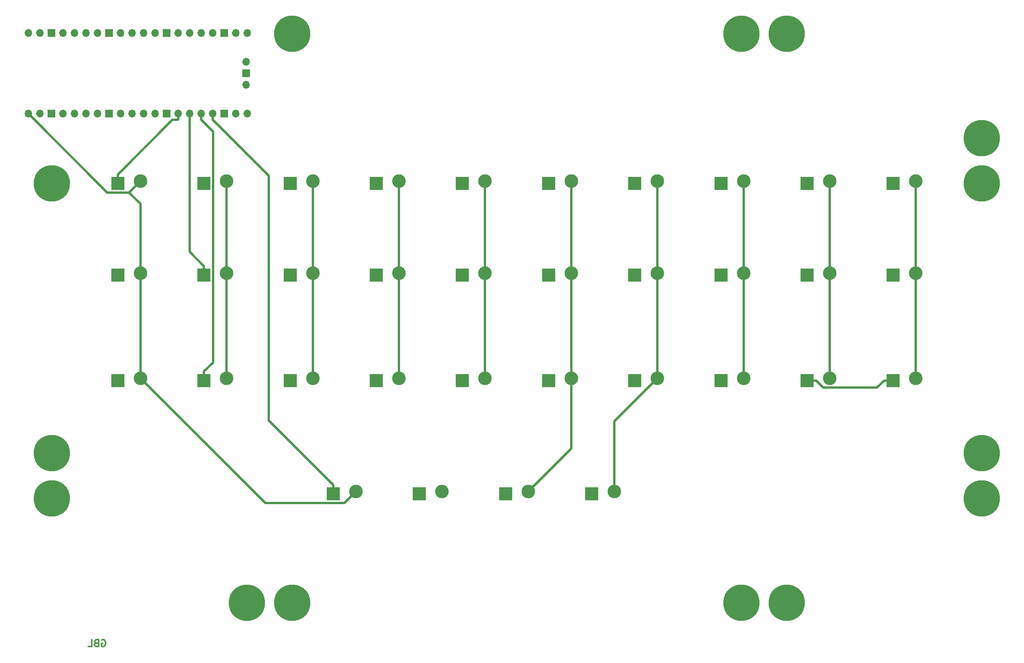
<source format=gbr>
%TF.GenerationSoftware,KiCad,Pcbnew,5.1.10-88a1d61d58~88~ubuntu20.04.1*%
%TF.CreationDate,2021-06-07T00:33:57-07:00*%
%TF.ProjectId,Stenokey,5374656e-6f6b-4657-992e-6b696361645f,1.0*%
%TF.SameCoordinates,Original*%
%TF.FileFunction,Copper,L2,Bot*%
%TF.FilePolarity,Positive*%
%FSLAX46Y46*%
G04 Gerber Fmt 4.6, Leading zero omitted, Abs format (unit mm)*
G04 Created by KiCad (PCBNEW 5.1.10-88a1d61d58~88~ubuntu20.04.1) date 2021-06-07 00:33:57*
%MOMM*%
%LPD*%
G01*
G04 APERTURE LIST*
%TA.AperFunction,NonConductor*%
%ADD10C,0.300000*%
%TD*%
%TA.AperFunction,ComponentPad*%
%ADD11C,8.000000*%
%TD*%
%TA.AperFunction,ComponentPad*%
%ADD12R,3.000000X3.000000*%
%TD*%
%TA.AperFunction,ComponentPad*%
%ADD13C,3.000000*%
%TD*%
%TA.AperFunction,ComponentPad*%
%ADD14O,1.700000X1.700000*%
%TD*%
%TA.AperFunction,ComponentPad*%
%ADD15R,1.700000X1.700000*%
%TD*%
%TA.AperFunction,Conductor*%
%ADD16C,0.500000*%
%TD*%
G04 APERTURE END LIST*
D10*
X127964285Y-201250000D02*
X128107142Y-201178571D01*
X128321428Y-201178571D01*
X128535714Y-201250000D01*
X128678571Y-201392857D01*
X128750000Y-201535714D01*
X128821428Y-201821428D01*
X128821428Y-202035714D01*
X128750000Y-202321428D01*
X128678571Y-202464285D01*
X128535714Y-202607142D01*
X128321428Y-202678571D01*
X128178571Y-202678571D01*
X127964285Y-202607142D01*
X127892857Y-202535714D01*
X127892857Y-202035714D01*
X128178571Y-202035714D01*
X126750000Y-201892857D02*
X126535714Y-201964285D01*
X126464285Y-202035714D01*
X126392857Y-202178571D01*
X126392857Y-202392857D01*
X126464285Y-202535714D01*
X126535714Y-202607142D01*
X126678571Y-202678571D01*
X127250000Y-202678571D01*
X127250000Y-201178571D01*
X126750000Y-201178571D01*
X126607142Y-201250000D01*
X126535714Y-201321428D01*
X126464285Y-201464285D01*
X126464285Y-201607142D01*
X126535714Y-201750000D01*
X126607142Y-201821428D01*
X126750000Y-201892857D01*
X127250000Y-201892857D01*
X125035714Y-202678571D02*
X125750000Y-202678571D01*
X125750000Y-201178571D01*
D11*
%TO.P,Z9,1*%
%TO.N,Net-(Z9-Pad1)*%
X279000000Y-193000000D03*
%TD*%
D12*
%TO.P,SW25,1*%
%TO.N,/ROW2*%
X207500000Y-144000000D03*
D13*
%TO.P,SW25,2*%
%TO.N,/COL4*%
X212500000Y-143500000D03*
%TD*%
D11*
%TO.P,Z12,1*%
%TO.N,Net-(Z12-Pad1)*%
X160000000Y-193000000D03*
%TD*%
D12*
%TO.P,SW15,1*%
%TO.N,/ROW1*%
X207500000Y-120750000D03*
D13*
%TO.P,SW15,2*%
%TO.N,/COL4*%
X212500000Y-120250000D03*
%TD*%
D12*
%TO.P,SW1,1*%
%TO.N,/ROW0*%
X131500000Y-100500000D03*
D13*
%TO.P,SW1,2*%
%TO.N,/COL0*%
X136500000Y-100000000D03*
%TD*%
D14*
%TO.P,U1,1*%
%TO.N,/COL0*%
X111760000Y-85090000D03*
%TO.P,U1,2*%
%TO.N,/COL1*%
X114300000Y-85090000D03*
D15*
%TO.P,U1,3*%
%TO.N,Net-(U1-Pad3)*%
X116840000Y-85090000D03*
D14*
%TO.P,U1,4*%
%TO.N,/COL2*%
X119380000Y-85090000D03*
%TO.P,U1,5*%
%TO.N,/COL3*%
X121920000Y-85090000D03*
%TO.P,U1,6*%
%TO.N,/COL4*%
X124460000Y-85090000D03*
%TO.P,U1,7*%
%TO.N,/COL5*%
X127000000Y-85090000D03*
D15*
%TO.P,U1,8*%
%TO.N,Net-(U1-Pad8)*%
X129540000Y-85090000D03*
D14*
%TO.P,U1,9*%
%TO.N,/COL6*%
X132080000Y-85090000D03*
%TO.P,U1,10*%
%TO.N,/COL7*%
X134620000Y-85090000D03*
%TO.P,U1,11*%
%TO.N,/COL8*%
X137160000Y-85090000D03*
%TO.P,U1,12*%
%TO.N,/COL9*%
X139700000Y-85090000D03*
D15*
%TO.P,U1,13*%
%TO.N,Net-(U1-Pad13)*%
X142240000Y-85090000D03*
D14*
%TO.P,U1,14*%
%TO.N,/ROW0*%
X144780000Y-85090000D03*
%TO.P,U1,15*%
%TO.N,/ROW1*%
X147320000Y-85090000D03*
%TO.P,U1,16*%
%TO.N,/ROW2*%
X149860000Y-85090000D03*
%TO.P,U1,17*%
%TO.N,/ROW3*%
X152400000Y-85090000D03*
D15*
%TO.P,U1,18*%
%TO.N,Net-(U1-Pad18)*%
X154940000Y-85090000D03*
D14*
%TO.P,U1,19*%
%TO.N,Net-(U1-Pad19)*%
X157480000Y-85090000D03*
%TO.P,U1,20*%
%TO.N,Net-(U1-Pad20)*%
X160020000Y-85090000D03*
%TO.P,U1,21*%
%TO.N,Net-(U1-Pad21)*%
X160020000Y-67310000D03*
%TO.P,U1,22*%
%TO.N,Net-(U1-Pad22)*%
X157480000Y-67310000D03*
D15*
%TO.P,U1,23*%
%TO.N,Net-(U1-Pad23)*%
X154940000Y-67310000D03*
D14*
%TO.P,U1,24*%
%TO.N,Net-(U1-Pad24)*%
X152400000Y-67310000D03*
%TO.P,U1,25*%
%TO.N,Net-(U1-Pad25)*%
X149860000Y-67310000D03*
%TO.P,U1,26*%
%TO.N,Net-(U1-Pad26)*%
X147320000Y-67310000D03*
%TO.P,U1,27*%
%TO.N,Net-(U1-Pad27)*%
X144780000Y-67310000D03*
D15*
%TO.P,U1,28*%
%TO.N,Net-(U1-Pad28)*%
X142240000Y-67310000D03*
D14*
%TO.P,U1,29*%
%TO.N,Net-(U1-Pad29)*%
X139700000Y-67310000D03*
%TO.P,U1,30*%
%TO.N,Net-(U1-Pad30)*%
X137160000Y-67310000D03*
%TO.P,U1,31*%
%TO.N,Net-(U1-Pad31)*%
X134620000Y-67310000D03*
%TO.P,U1,32*%
%TO.N,Net-(U1-Pad32)*%
X132080000Y-67310000D03*
D15*
%TO.P,U1,33*%
%TO.N,Net-(U1-Pad33)*%
X129540000Y-67310000D03*
D14*
%TO.P,U1,34*%
%TO.N,Net-(U1-Pad34)*%
X127000000Y-67310000D03*
%TO.P,U1,35*%
%TO.N,Net-(U1-Pad35)*%
X124460000Y-67310000D03*
%TO.P,U1,36*%
%TO.N,Net-(U1-Pad36)*%
X121920000Y-67310000D03*
%TO.P,U1,37*%
%TO.N,Net-(U1-Pad37)*%
X119380000Y-67310000D03*
D15*
%TO.P,U1,38*%
%TO.N,Net-(U1-Pad38)*%
X116840000Y-67310000D03*
D14*
%TO.P,U1,39*%
%TO.N,Net-(U1-Pad39)*%
X114300000Y-67310000D03*
%TO.P,U1,40*%
%TO.N,Net-(U1-Pad40)*%
X111760000Y-67310000D03*
%TO.P,U1,41*%
%TO.N,Net-(U1-Pad41)*%
X159790000Y-78740000D03*
D15*
%TO.P,U1,42*%
%TO.N,Net-(U1-Pad42)*%
X159790000Y-76200000D03*
D14*
%TO.P,U1,43*%
%TO.N,Net-(U1-Pad43)*%
X159790000Y-73660000D03*
%TD*%
D11*
%TO.P,Z14,1*%
%TO.N,Net-(Z14-Pad1)*%
X117000000Y-160000000D03*
%TD*%
%TO.P,Z11,1*%
%TO.N,Net-(Z11-Pad1)*%
X170000000Y-193000000D03*
%TD*%
%TO.P,Z10,1*%
%TO.N,Net-(Z10-Pad1)*%
X269000000Y-193000000D03*
%TD*%
D12*
%TO.P,SW26,1*%
%TO.N,/ROW2*%
X226500000Y-144000000D03*
D13*
%TO.P,SW26,2*%
%TO.N,/COL5*%
X231500000Y-143500000D03*
%TD*%
D12*
%TO.P,SW16,1*%
%TO.N,/ROW1*%
X226500000Y-120750000D03*
D13*
%TO.P,SW16,2*%
%TO.N,/COL5*%
X231500000Y-120250000D03*
%TD*%
D11*
%TO.P,Z2,1*%
%TO.N,Net-(Z2-Pad1)*%
X170000000Y-67500000D03*
%TD*%
D12*
%TO.P,SW12,1*%
%TO.N,/ROW1*%
X150500000Y-120750000D03*
D13*
%TO.P,SW12,2*%
%TO.N,/COL1*%
X155500000Y-120250000D03*
%TD*%
D12*
%TO.P,SW28,1*%
%TO.N,/ROW2*%
X264500000Y-144000000D03*
D13*
%TO.P,SW28,2*%
%TO.N,/COL7*%
X269500000Y-143500000D03*
%TD*%
D12*
%TO.P,SW27,1*%
%TO.N,/ROW2*%
X245500000Y-144000000D03*
D13*
%TO.P,SW27,2*%
%TO.N,/COL6*%
X250500000Y-143500000D03*
%TD*%
D12*
%TO.P,SW6,1*%
%TO.N,/ROW0*%
X226500000Y-100500000D03*
D13*
%TO.P,SW6,2*%
%TO.N,/COL5*%
X231500000Y-100000000D03*
%TD*%
D12*
%TO.P,SW9,1*%
%TO.N,/ROW0*%
X283500000Y-100500000D03*
D13*
%TO.P,SW9,2*%
%TO.N,/COL8*%
X288500000Y-100000000D03*
%TD*%
D12*
%TO.P,SW5,1*%
%TO.N,/ROW0*%
X207500000Y-100500000D03*
D13*
%TO.P,SW5,2*%
%TO.N,/COL4*%
X212500000Y-100000000D03*
%TD*%
D12*
%TO.P,SW23,1*%
%TO.N,/ROW2*%
X169500000Y-144000000D03*
D13*
%TO.P,SW23,2*%
%TO.N,/COL2*%
X174500000Y-143500000D03*
%TD*%
D12*
%TO.P,SW19,1*%
%TO.N,/ROW1*%
X283500000Y-120750000D03*
D13*
%TO.P,SW19,2*%
%TO.N,/COL8*%
X288500000Y-120250000D03*
%TD*%
D12*
%TO.P,SW31,1*%
%TO.N,/ROW3*%
X179000000Y-169000000D03*
D13*
%TO.P,SW31,2*%
%TO.N,/COL0*%
X184000000Y-168500000D03*
%TD*%
D11*
%TO.P,Z3,1*%
%TO.N,Net-(Z3-Pad1)*%
X269000000Y-67500000D03*
%TD*%
D12*
%TO.P,SW30,1*%
%TO.N,/ROW2*%
X302500000Y-144000000D03*
D13*
%TO.P,SW30,2*%
%TO.N,/COL9*%
X307500000Y-143500000D03*
%TD*%
D12*
%TO.P,SW18,1*%
%TO.N,/ROW1*%
X264500000Y-120750000D03*
D13*
%TO.P,SW18,2*%
%TO.N,/COL7*%
X269500000Y-120250000D03*
%TD*%
D12*
%TO.P,SW14,1*%
%TO.N,/ROW1*%
X188500000Y-120750000D03*
D13*
%TO.P,SW14,2*%
%TO.N,/COL3*%
X193500000Y-120250000D03*
%TD*%
D11*
%TO.P,Z13,1*%
%TO.N,Net-(Z13-Pad1)*%
X117000000Y-170000000D03*
%TD*%
D12*
%TO.P,SW34,1*%
%TO.N,/ROW3*%
X236000000Y-169000000D03*
D13*
%TO.P,SW34,2*%
%TO.N,/COL6*%
X241000000Y-168500000D03*
%TD*%
D11*
%TO.P,Z7,1*%
%TO.N,Net-(Z7-Pad1)*%
X322000000Y-160000000D03*
%TD*%
%TO.P,Z5,1*%
%TO.N,Net-(Z5-Pad1)*%
X322000000Y-90500000D03*
%TD*%
%TO.P,Z6,1*%
%TO.N,Net-(Z6-Pad1)*%
X322000000Y-100500000D03*
%TD*%
D12*
%TO.P,SW11,1*%
%TO.N,/ROW1*%
X131500000Y-120750000D03*
D13*
%TO.P,SW11,2*%
%TO.N,/COL0*%
X136500000Y-120250000D03*
%TD*%
D12*
%TO.P,SW20,1*%
%TO.N,/ROW1*%
X302500000Y-120750000D03*
D13*
%TO.P,SW20,2*%
%TO.N,/COL9*%
X307500000Y-120250000D03*
%TD*%
D12*
%TO.P,SW8,1*%
%TO.N,/ROW0*%
X264500000Y-100500000D03*
D13*
%TO.P,SW8,2*%
%TO.N,/COL7*%
X269500000Y-100000000D03*
%TD*%
D12*
%TO.P,SW10,1*%
%TO.N,/ROW0*%
X302500000Y-100500000D03*
D13*
%TO.P,SW10,2*%
%TO.N,/COL9*%
X307500000Y-100000000D03*
%TD*%
D11*
%TO.P,Z4,1*%
%TO.N,Net-(Z4-Pad1)*%
X279000000Y-67500000D03*
%TD*%
D12*
%TO.P,SW33,1*%
%TO.N,/ROW3*%
X217000000Y-169000000D03*
D13*
%TO.P,SW33,2*%
%TO.N,/COL5*%
X222000000Y-168500000D03*
%TD*%
D12*
%TO.P,SW13,1*%
%TO.N,/ROW1*%
X169500000Y-120750000D03*
D13*
%TO.P,SW13,2*%
%TO.N,/COL2*%
X174500000Y-120250000D03*
%TD*%
D12*
%TO.P,SW7,1*%
%TO.N,/ROW0*%
X245500000Y-100500000D03*
D13*
%TO.P,SW7,2*%
%TO.N,/COL6*%
X250500000Y-100000000D03*
%TD*%
D12*
%TO.P,SW29,1*%
%TO.N,/ROW2*%
X283500000Y-144000000D03*
D13*
%TO.P,SW29,2*%
%TO.N,/COL8*%
X288500000Y-143500000D03*
%TD*%
D12*
%TO.P,SW21,1*%
%TO.N,/ROW2*%
X131500000Y-144000000D03*
D13*
%TO.P,SW21,2*%
%TO.N,/COL0*%
X136500000Y-143500000D03*
%TD*%
D12*
%TO.P,SW32,1*%
%TO.N,/ROW3*%
X198000000Y-169000000D03*
D13*
%TO.P,SW32,2*%
%TO.N,/COL1*%
X203000000Y-168500000D03*
%TD*%
D12*
%TO.P,SW17,1*%
%TO.N,/ROW1*%
X245500000Y-120750000D03*
D13*
%TO.P,SW17,2*%
%TO.N,/COL6*%
X250500000Y-120250000D03*
%TD*%
D12*
%TO.P,SW2,1*%
%TO.N,/ROW0*%
X150500000Y-100500000D03*
D13*
%TO.P,SW2,2*%
%TO.N,/COL1*%
X155500000Y-100000000D03*
%TD*%
D12*
%TO.P,SW3,1*%
%TO.N,/ROW0*%
X169500000Y-100500000D03*
D13*
%TO.P,SW3,2*%
%TO.N,/COL2*%
X174500000Y-100000000D03*
%TD*%
D11*
%TO.P,Z8,1*%
%TO.N,Net-(Z8-Pad1)*%
X322000000Y-170000000D03*
%TD*%
D12*
%TO.P,SW24,1*%
%TO.N,/ROW2*%
X188500000Y-144000000D03*
D13*
%TO.P,SW24,2*%
%TO.N,/COL3*%
X193500000Y-143500000D03*
%TD*%
D12*
%TO.P,SW4,1*%
%TO.N,/ROW0*%
X188500000Y-100500000D03*
D13*
%TO.P,SW4,2*%
%TO.N,/COL3*%
X193500000Y-100000000D03*
%TD*%
D11*
%TO.P,Z15,1*%
%TO.N,Net-(Z15-Pad1)*%
X117000000Y-100500000D03*
%TD*%
D12*
%TO.P,SW22,1*%
%TO.N,/ROW2*%
X150500000Y-144000000D03*
D13*
%TO.P,SW22,2*%
%TO.N,/COL1*%
X155500000Y-143500000D03*
%TD*%
D16*
%TO.N,/COL0*%
X133999600Y-102500400D02*
X136500000Y-100000000D01*
X111760000Y-85090000D02*
X129170400Y-102500400D01*
X129170400Y-102500400D02*
X133999600Y-102500400D01*
X136500000Y-120250000D02*
X136500000Y-105000800D01*
X136500000Y-105000800D02*
X133999600Y-102500400D01*
X136500000Y-143500000D02*
X136500000Y-120250000D01*
X136500000Y-143500000D02*
X164000400Y-171000400D01*
X164000400Y-171000400D02*
X181499600Y-171000400D01*
X181499600Y-171000400D02*
X184000000Y-168500000D01*
%TO.N,/COL1*%
X155500000Y-120250000D02*
X155500000Y-143500000D01*
X155500000Y-100000000D02*
X155500000Y-120250000D01*
%TO.N,/COL2*%
X174500000Y-120250000D02*
X174500000Y-143500000D01*
X174500000Y-100000000D02*
X174500000Y-120250000D01*
%TO.N,/COL3*%
X193500000Y-143500000D02*
X193500000Y-120250000D01*
X193500000Y-100000000D02*
X193500000Y-120250000D01*
%TO.N,/COL4*%
X212500000Y-120250000D02*
X212500000Y-143500000D01*
X212500000Y-100000000D02*
X212500000Y-120250000D01*
%TO.N,/COL5*%
X231500000Y-120250000D02*
X231500000Y-143500000D01*
X231500000Y-100000000D02*
X231500000Y-120250000D01*
X222000000Y-168500000D02*
X231500000Y-159000000D01*
X231500000Y-159000000D02*
X231500000Y-143500000D01*
%TO.N,/COL6*%
X250500000Y-120250000D02*
X250500000Y-143500000D01*
X250500000Y-100000000D02*
X250500000Y-120250000D01*
X241000000Y-168500000D02*
X241000000Y-153000000D01*
X241000000Y-153000000D02*
X250500000Y-143500000D01*
%TO.N,/COL7*%
X269500000Y-120250000D02*
X269500000Y-143500000D01*
X269500000Y-100000000D02*
X269500000Y-120250000D01*
%TO.N,/COL8*%
X288500000Y-120250000D02*
X288500000Y-100000000D01*
X288500000Y-143500000D02*
X288500000Y-120250000D01*
%TO.N,/COL9*%
X307500000Y-120250000D02*
X307500000Y-143500000D01*
X307500000Y-100000000D02*
X307500000Y-120250000D01*
%TO.N,/ROW0*%
X144780000Y-85090000D02*
X144780000Y-86440300D01*
X131500000Y-100500000D02*
X131500000Y-98499700D01*
X144780000Y-86440300D02*
X143559400Y-86440300D01*
X143559400Y-86440300D02*
X131500000Y-98499700D01*
%TO.N,/ROW1*%
X150500000Y-120750000D02*
X150500000Y-118749700D01*
X147320000Y-85090000D02*
X147320000Y-115569700D01*
X147320000Y-115569700D02*
X150500000Y-118749700D01*
%TO.N,/ROW2*%
X302500000Y-144000000D02*
X300499700Y-144000000D01*
X283500000Y-144000000D02*
X285500300Y-144000000D01*
X285500300Y-144000000D02*
X287048700Y-145548400D01*
X287048700Y-145548400D02*
X298951300Y-145548400D01*
X298951300Y-145548400D02*
X300499700Y-144000000D01*
X150500000Y-144000000D02*
X150500000Y-141999700D01*
X149860000Y-85090000D02*
X149860000Y-86440300D01*
X149860000Y-86440300D02*
X152500300Y-89080600D01*
X152500300Y-89080600D02*
X152500300Y-139999400D01*
X152500300Y-139999400D02*
X150500000Y-141999700D01*
%TO.N,/ROW3*%
X179000000Y-169000000D02*
X179000000Y-166999700D01*
X152400000Y-85090000D02*
X152400000Y-86440300D01*
X152400000Y-86440300D02*
X164766000Y-98806300D01*
X164766000Y-98806300D02*
X164766000Y-152765700D01*
X164766000Y-152765700D02*
X179000000Y-166999700D01*
%TD*%
M02*

</source>
